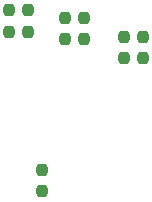
<source format=gbp>
G04 #@! TF.GenerationSoftware,KiCad,Pcbnew,8.0.1*
G04 #@! TF.CreationDate,2025-04-04T09:34:18-04:00*
G04 #@! TF.ProjectId,LVC_Custom,4c56435f-4375-4737-946f-6d2e6b696361,rev?*
G04 #@! TF.SameCoordinates,Original*
G04 #@! TF.FileFunction,Paste,Bot*
G04 #@! TF.FilePolarity,Positive*
%FSLAX46Y46*%
G04 Gerber Fmt 4.6, Leading zero omitted, Abs format (unit mm)*
G04 Created by KiCad (PCBNEW 8.0.1) date 2025-04-04 09:34:18*
%MOMM*%
%LPD*%
G01*
G04 APERTURE LIST*
G04 Aperture macros list*
%AMRoundRect*
0 Rectangle with rounded corners*
0 $1 Rounding radius*
0 $2 $3 $4 $5 $6 $7 $8 $9 X,Y pos of 4 corners*
0 Add a 4 corners polygon primitive as box body*
4,1,4,$2,$3,$4,$5,$6,$7,$8,$9,$2,$3,0*
0 Add four circle primitives for the rounded corners*
1,1,$1+$1,$2,$3*
1,1,$1+$1,$4,$5*
1,1,$1+$1,$6,$7*
1,1,$1+$1,$8,$9*
0 Add four rect primitives between the rounded corners*
20,1,$1+$1,$2,$3,$4,$5,0*
20,1,$1+$1,$4,$5,$6,$7,0*
20,1,$1+$1,$6,$7,$8,$9,0*
20,1,$1+$1,$8,$9,$2,$3,0*%
G04 Aperture macros list end*
%ADD10RoundRect,0.237500X-0.237500X0.250000X-0.237500X-0.250000X0.237500X-0.250000X0.237500X0.250000X0*%
%ADD11RoundRect,0.237500X0.237500X-0.250000X0.237500X0.250000X-0.237500X0.250000X-0.237500X-0.250000X0*%
G04 APERTURE END LIST*
D10*
X137300000Y-106175000D03*
X137300000Y-108000000D03*
D11*
X143590000Y-108612500D03*
X143590000Y-106787500D03*
X148600000Y-110225000D03*
X148600000Y-108400000D03*
X138910000Y-108000000D03*
X138910000Y-106175000D03*
D10*
X140100000Y-119687500D03*
X140100000Y-121512500D03*
X142000000Y-106787500D03*
X142000000Y-108612500D03*
D11*
X147030000Y-110225000D03*
X147030000Y-108400000D03*
M02*

</source>
